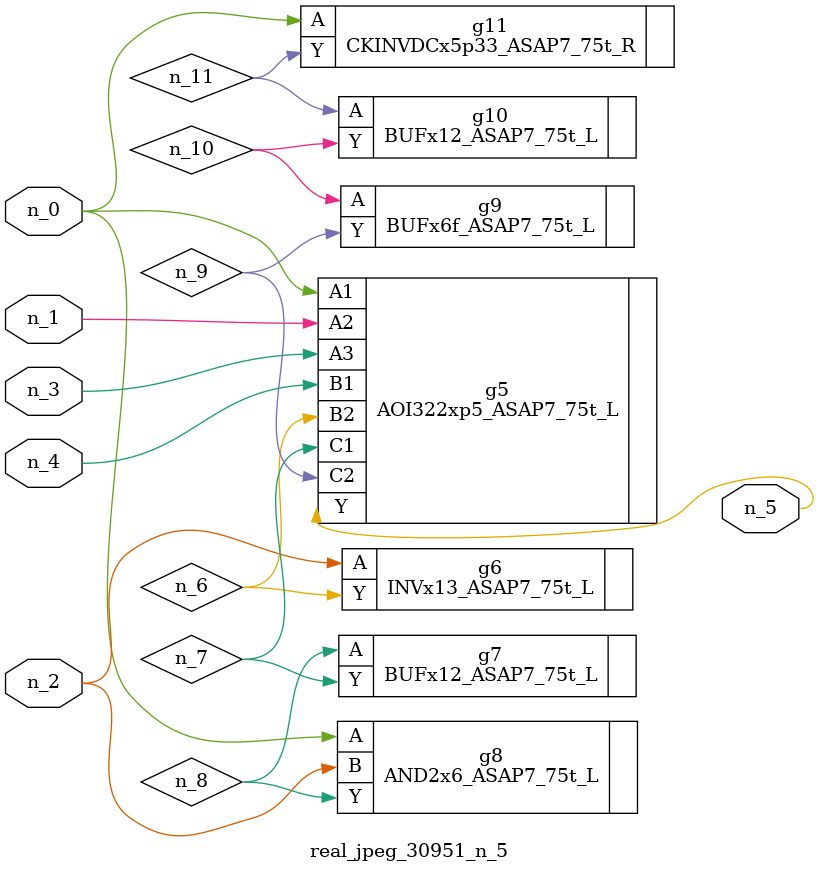
<source format=v>
module real_jpeg_30951_n_5 (n_4, n_0, n_1, n_2, n_3, n_5);

input n_4;
input n_0;
input n_1;
input n_2;
input n_3;

output n_5;

wire n_8;
wire n_11;
wire n_6;
wire n_7;
wire n_10;
wire n_9;

AOI322xp5_ASAP7_75t_L g5 ( 
.A1(n_0),
.A2(n_1),
.A3(n_3),
.B1(n_4),
.B2(n_6),
.C1(n_7),
.C2(n_9),
.Y(n_5)
);

AND2x6_ASAP7_75t_L g8 ( 
.A(n_0),
.B(n_2),
.Y(n_8)
);

CKINVDCx5p33_ASAP7_75t_R g11 ( 
.A(n_0),
.Y(n_11)
);

INVx13_ASAP7_75t_L g6 ( 
.A(n_2),
.Y(n_6)
);

BUFx12_ASAP7_75t_L g7 ( 
.A(n_8),
.Y(n_7)
);

BUFx6f_ASAP7_75t_L g9 ( 
.A(n_10),
.Y(n_9)
);

BUFx12_ASAP7_75t_L g10 ( 
.A(n_11),
.Y(n_10)
);


endmodule
</source>
